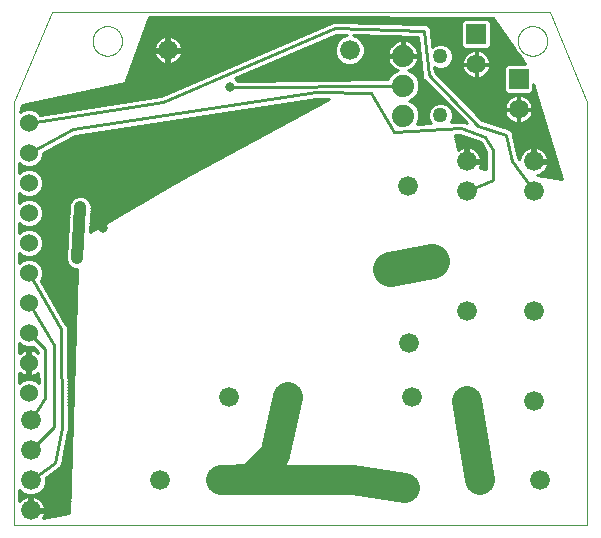
<source format=gbl>
G75*
%MOIN*%
%OFA0B0*%
%FSLAX25Y25*%
%IPPOS*%
%LPD*%
%AMOC8*
5,1,8,0,0,1.08239X$1,22.5*
%
%ADD10C,0.00000*%
%ADD11C,0.06600*%
%ADD12C,0.07400*%
%ADD13R,0.06500X0.06500*%
%ADD14C,0.06500*%
%ADD15C,0.06000*%
%ADD16C,0.05000*%
%ADD17C,0.01000*%
%ADD18C,0.03200*%
%ADD19C,0.10000*%
%ADD20C,0.04000*%
%ADD21C,0.11811*%
D10*
X0005860Y0003000D02*
X0005860Y0144000D01*
X0018360Y0174000D01*
X0184360Y0174000D01*
X0196860Y0144000D01*
X0196860Y0003000D01*
X0005860Y0003000D01*
X0031935Y0164417D02*
X0031937Y0164557D01*
X0031943Y0164697D01*
X0031953Y0164836D01*
X0031967Y0164975D01*
X0031985Y0165114D01*
X0032006Y0165252D01*
X0032032Y0165390D01*
X0032062Y0165527D01*
X0032095Y0165662D01*
X0032133Y0165797D01*
X0032174Y0165931D01*
X0032219Y0166064D01*
X0032267Y0166195D01*
X0032320Y0166324D01*
X0032376Y0166453D01*
X0032435Y0166579D01*
X0032499Y0166704D01*
X0032565Y0166827D01*
X0032636Y0166948D01*
X0032709Y0167067D01*
X0032786Y0167184D01*
X0032867Y0167298D01*
X0032950Y0167410D01*
X0033037Y0167520D01*
X0033127Y0167628D01*
X0033219Y0167732D01*
X0033315Y0167834D01*
X0033414Y0167934D01*
X0033515Y0168030D01*
X0033619Y0168124D01*
X0033726Y0168214D01*
X0033835Y0168301D01*
X0033947Y0168386D01*
X0034061Y0168467D01*
X0034177Y0168545D01*
X0034295Y0168619D01*
X0034416Y0168690D01*
X0034538Y0168758D01*
X0034663Y0168822D01*
X0034789Y0168883D01*
X0034916Y0168940D01*
X0035046Y0168993D01*
X0035177Y0169043D01*
X0035309Y0169088D01*
X0035442Y0169131D01*
X0035577Y0169169D01*
X0035712Y0169203D01*
X0035849Y0169234D01*
X0035986Y0169261D01*
X0036124Y0169283D01*
X0036263Y0169302D01*
X0036402Y0169317D01*
X0036541Y0169328D01*
X0036681Y0169335D01*
X0036821Y0169338D01*
X0036961Y0169337D01*
X0037101Y0169332D01*
X0037240Y0169323D01*
X0037380Y0169310D01*
X0037519Y0169293D01*
X0037657Y0169272D01*
X0037795Y0169248D01*
X0037932Y0169219D01*
X0038068Y0169187D01*
X0038203Y0169150D01*
X0038337Y0169110D01*
X0038470Y0169066D01*
X0038601Y0169018D01*
X0038731Y0168967D01*
X0038860Y0168912D01*
X0038987Y0168853D01*
X0039112Y0168790D01*
X0039235Y0168725D01*
X0039357Y0168655D01*
X0039476Y0168582D01*
X0039594Y0168506D01*
X0039709Y0168427D01*
X0039822Y0168344D01*
X0039932Y0168258D01*
X0040040Y0168169D01*
X0040145Y0168077D01*
X0040248Y0167982D01*
X0040348Y0167884D01*
X0040445Y0167784D01*
X0040539Y0167680D01*
X0040631Y0167574D01*
X0040719Y0167466D01*
X0040804Y0167355D01*
X0040886Y0167241D01*
X0040965Y0167125D01*
X0041040Y0167008D01*
X0041112Y0166888D01*
X0041180Y0166766D01*
X0041245Y0166642D01*
X0041307Y0166516D01*
X0041365Y0166389D01*
X0041419Y0166260D01*
X0041470Y0166129D01*
X0041516Y0165997D01*
X0041559Y0165864D01*
X0041599Y0165730D01*
X0041634Y0165595D01*
X0041666Y0165458D01*
X0041693Y0165321D01*
X0041717Y0165183D01*
X0041737Y0165045D01*
X0041753Y0164906D01*
X0041765Y0164766D01*
X0041773Y0164627D01*
X0041777Y0164487D01*
X0041777Y0164347D01*
X0041773Y0164207D01*
X0041765Y0164068D01*
X0041753Y0163928D01*
X0041737Y0163789D01*
X0041717Y0163651D01*
X0041693Y0163513D01*
X0041666Y0163376D01*
X0041634Y0163239D01*
X0041599Y0163104D01*
X0041559Y0162970D01*
X0041516Y0162837D01*
X0041470Y0162705D01*
X0041419Y0162574D01*
X0041365Y0162445D01*
X0041307Y0162318D01*
X0041245Y0162192D01*
X0041180Y0162068D01*
X0041112Y0161946D01*
X0041040Y0161826D01*
X0040965Y0161709D01*
X0040886Y0161593D01*
X0040804Y0161479D01*
X0040719Y0161368D01*
X0040631Y0161260D01*
X0040539Y0161154D01*
X0040445Y0161050D01*
X0040348Y0160950D01*
X0040248Y0160852D01*
X0040145Y0160757D01*
X0040040Y0160665D01*
X0039932Y0160576D01*
X0039822Y0160490D01*
X0039709Y0160407D01*
X0039594Y0160328D01*
X0039476Y0160252D01*
X0039357Y0160179D01*
X0039235Y0160109D01*
X0039112Y0160044D01*
X0038987Y0159981D01*
X0038860Y0159922D01*
X0038731Y0159867D01*
X0038601Y0159816D01*
X0038470Y0159768D01*
X0038337Y0159724D01*
X0038203Y0159684D01*
X0038068Y0159647D01*
X0037932Y0159615D01*
X0037795Y0159586D01*
X0037657Y0159562D01*
X0037519Y0159541D01*
X0037380Y0159524D01*
X0037240Y0159511D01*
X0037101Y0159502D01*
X0036961Y0159497D01*
X0036821Y0159496D01*
X0036681Y0159499D01*
X0036541Y0159506D01*
X0036402Y0159517D01*
X0036263Y0159532D01*
X0036124Y0159551D01*
X0035986Y0159573D01*
X0035849Y0159600D01*
X0035712Y0159631D01*
X0035577Y0159665D01*
X0035442Y0159703D01*
X0035309Y0159746D01*
X0035177Y0159791D01*
X0035046Y0159841D01*
X0034916Y0159894D01*
X0034789Y0159951D01*
X0034663Y0160012D01*
X0034538Y0160076D01*
X0034416Y0160144D01*
X0034295Y0160215D01*
X0034177Y0160289D01*
X0034061Y0160367D01*
X0033947Y0160448D01*
X0033835Y0160533D01*
X0033726Y0160620D01*
X0033619Y0160710D01*
X0033515Y0160804D01*
X0033414Y0160900D01*
X0033315Y0161000D01*
X0033219Y0161102D01*
X0033127Y0161206D01*
X0033037Y0161314D01*
X0032950Y0161424D01*
X0032867Y0161536D01*
X0032786Y0161650D01*
X0032709Y0161767D01*
X0032636Y0161886D01*
X0032565Y0162007D01*
X0032499Y0162130D01*
X0032435Y0162255D01*
X0032376Y0162381D01*
X0032320Y0162510D01*
X0032267Y0162639D01*
X0032219Y0162770D01*
X0032174Y0162903D01*
X0032133Y0163037D01*
X0032095Y0163172D01*
X0032062Y0163307D01*
X0032032Y0163444D01*
X0032006Y0163582D01*
X0031985Y0163720D01*
X0031967Y0163859D01*
X0031953Y0163998D01*
X0031943Y0164137D01*
X0031937Y0164277D01*
X0031935Y0164417D01*
X0173667Y0164417D02*
X0173669Y0164557D01*
X0173675Y0164697D01*
X0173685Y0164836D01*
X0173699Y0164975D01*
X0173717Y0165114D01*
X0173738Y0165252D01*
X0173764Y0165390D01*
X0173794Y0165527D01*
X0173827Y0165662D01*
X0173865Y0165797D01*
X0173906Y0165931D01*
X0173951Y0166064D01*
X0173999Y0166195D01*
X0174052Y0166324D01*
X0174108Y0166453D01*
X0174167Y0166579D01*
X0174231Y0166704D01*
X0174297Y0166827D01*
X0174368Y0166948D01*
X0174441Y0167067D01*
X0174518Y0167184D01*
X0174599Y0167298D01*
X0174682Y0167410D01*
X0174769Y0167520D01*
X0174859Y0167628D01*
X0174951Y0167732D01*
X0175047Y0167834D01*
X0175146Y0167934D01*
X0175247Y0168030D01*
X0175351Y0168124D01*
X0175458Y0168214D01*
X0175567Y0168301D01*
X0175679Y0168386D01*
X0175793Y0168467D01*
X0175909Y0168545D01*
X0176027Y0168619D01*
X0176148Y0168690D01*
X0176270Y0168758D01*
X0176395Y0168822D01*
X0176521Y0168883D01*
X0176648Y0168940D01*
X0176778Y0168993D01*
X0176909Y0169043D01*
X0177041Y0169088D01*
X0177174Y0169131D01*
X0177309Y0169169D01*
X0177444Y0169203D01*
X0177581Y0169234D01*
X0177718Y0169261D01*
X0177856Y0169283D01*
X0177995Y0169302D01*
X0178134Y0169317D01*
X0178273Y0169328D01*
X0178413Y0169335D01*
X0178553Y0169338D01*
X0178693Y0169337D01*
X0178833Y0169332D01*
X0178972Y0169323D01*
X0179112Y0169310D01*
X0179251Y0169293D01*
X0179389Y0169272D01*
X0179527Y0169248D01*
X0179664Y0169219D01*
X0179800Y0169187D01*
X0179935Y0169150D01*
X0180069Y0169110D01*
X0180202Y0169066D01*
X0180333Y0169018D01*
X0180463Y0168967D01*
X0180592Y0168912D01*
X0180719Y0168853D01*
X0180844Y0168790D01*
X0180967Y0168725D01*
X0181089Y0168655D01*
X0181208Y0168582D01*
X0181326Y0168506D01*
X0181441Y0168427D01*
X0181554Y0168344D01*
X0181664Y0168258D01*
X0181772Y0168169D01*
X0181877Y0168077D01*
X0181980Y0167982D01*
X0182080Y0167884D01*
X0182177Y0167784D01*
X0182271Y0167680D01*
X0182363Y0167574D01*
X0182451Y0167466D01*
X0182536Y0167355D01*
X0182618Y0167241D01*
X0182697Y0167125D01*
X0182772Y0167008D01*
X0182844Y0166888D01*
X0182912Y0166766D01*
X0182977Y0166642D01*
X0183039Y0166516D01*
X0183097Y0166389D01*
X0183151Y0166260D01*
X0183202Y0166129D01*
X0183248Y0165997D01*
X0183291Y0165864D01*
X0183331Y0165730D01*
X0183366Y0165595D01*
X0183398Y0165458D01*
X0183425Y0165321D01*
X0183449Y0165183D01*
X0183469Y0165045D01*
X0183485Y0164906D01*
X0183497Y0164766D01*
X0183505Y0164627D01*
X0183509Y0164487D01*
X0183509Y0164347D01*
X0183505Y0164207D01*
X0183497Y0164068D01*
X0183485Y0163928D01*
X0183469Y0163789D01*
X0183449Y0163651D01*
X0183425Y0163513D01*
X0183398Y0163376D01*
X0183366Y0163239D01*
X0183331Y0163104D01*
X0183291Y0162970D01*
X0183248Y0162837D01*
X0183202Y0162705D01*
X0183151Y0162574D01*
X0183097Y0162445D01*
X0183039Y0162318D01*
X0182977Y0162192D01*
X0182912Y0162068D01*
X0182844Y0161946D01*
X0182772Y0161826D01*
X0182697Y0161709D01*
X0182618Y0161593D01*
X0182536Y0161479D01*
X0182451Y0161368D01*
X0182363Y0161260D01*
X0182271Y0161154D01*
X0182177Y0161050D01*
X0182080Y0160950D01*
X0181980Y0160852D01*
X0181877Y0160757D01*
X0181772Y0160665D01*
X0181664Y0160576D01*
X0181554Y0160490D01*
X0181441Y0160407D01*
X0181326Y0160328D01*
X0181208Y0160252D01*
X0181089Y0160179D01*
X0180967Y0160109D01*
X0180844Y0160044D01*
X0180719Y0159981D01*
X0180592Y0159922D01*
X0180463Y0159867D01*
X0180333Y0159816D01*
X0180202Y0159768D01*
X0180069Y0159724D01*
X0179935Y0159684D01*
X0179800Y0159647D01*
X0179664Y0159615D01*
X0179527Y0159586D01*
X0179389Y0159562D01*
X0179251Y0159541D01*
X0179112Y0159524D01*
X0178972Y0159511D01*
X0178833Y0159502D01*
X0178693Y0159497D01*
X0178553Y0159496D01*
X0178413Y0159499D01*
X0178273Y0159506D01*
X0178134Y0159517D01*
X0177995Y0159532D01*
X0177856Y0159551D01*
X0177718Y0159573D01*
X0177581Y0159600D01*
X0177444Y0159631D01*
X0177309Y0159665D01*
X0177174Y0159703D01*
X0177041Y0159746D01*
X0176909Y0159791D01*
X0176778Y0159841D01*
X0176648Y0159894D01*
X0176521Y0159951D01*
X0176395Y0160012D01*
X0176270Y0160076D01*
X0176148Y0160144D01*
X0176027Y0160215D01*
X0175909Y0160289D01*
X0175793Y0160367D01*
X0175679Y0160448D01*
X0175567Y0160533D01*
X0175458Y0160620D01*
X0175351Y0160710D01*
X0175247Y0160804D01*
X0175146Y0160900D01*
X0175047Y0161000D01*
X0174951Y0161102D01*
X0174859Y0161206D01*
X0174769Y0161314D01*
X0174682Y0161424D01*
X0174599Y0161536D01*
X0174518Y0161650D01*
X0174441Y0161767D01*
X0174368Y0161886D01*
X0174297Y0162007D01*
X0174231Y0162130D01*
X0174167Y0162255D01*
X0174108Y0162381D01*
X0174052Y0162510D01*
X0173999Y0162639D01*
X0173951Y0162770D01*
X0173906Y0162903D01*
X0173865Y0163037D01*
X0173827Y0163172D01*
X0173794Y0163307D01*
X0173764Y0163444D01*
X0173738Y0163582D01*
X0173717Y0163720D01*
X0173699Y0163859D01*
X0173685Y0163998D01*
X0173675Y0164137D01*
X0173669Y0164277D01*
X0173667Y0164417D01*
D11*
X0178954Y0124256D03*
X0178954Y0114256D03*
X0156742Y0114256D03*
X0156742Y0124256D03*
X0137041Y0116055D03*
X0145195Y0091144D03*
X0130954Y0088370D03*
X0156742Y0074256D03*
X0137525Y0063856D03*
X0138510Y0045675D03*
X0156742Y0044256D03*
X0178954Y0044256D03*
X0181096Y0018000D03*
X0161017Y0018000D03*
X0136143Y0015354D03*
X0118596Y0018000D03*
X0098517Y0018000D03*
X0074596Y0018000D03*
X0054517Y0018000D03*
X0077517Y0045626D03*
X0097203Y0045626D03*
X0178954Y0074256D03*
X0117675Y0161374D03*
X0057045Y0161374D03*
X0011360Y0038000D03*
X0011360Y0028000D03*
X0011360Y0018000D03*
X0011360Y0008000D03*
D12*
X0135360Y0139500D03*
X0135360Y0149500D03*
X0135360Y0159500D03*
D13*
X0159797Y0166681D03*
X0173935Y0151681D03*
D14*
X0173935Y0141681D03*
X0159797Y0156681D03*
D15*
X0010734Y0137067D03*
X0010734Y0127067D03*
X0010734Y0117067D03*
X0010734Y0107067D03*
X0010734Y0097067D03*
X0010734Y0087067D03*
X0010734Y0077067D03*
X0010734Y0067067D03*
X0010734Y0057067D03*
X0010734Y0047067D03*
D16*
X0147880Y0139614D03*
X0147880Y0159299D03*
D17*
X0151792Y0157769D02*
X0155160Y0157769D01*
X0155164Y0157793D02*
X0155047Y0157055D01*
X0155047Y0156870D01*
X0159608Y0156870D01*
X0159608Y0156492D01*
X0159986Y0156492D01*
X0159986Y0151931D01*
X0160171Y0151931D01*
X0160909Y0152048D01*
X0161620Y0152279D01*
X0162287Y0152619D01*
X0162891Y0153058D01*
X0163420Y0153587D01*
X0163860Y0154192D01*
X0164199Y0154858D01*
X0164430Y0155569D01*
X0164547Y0156307D01*
X0164547Y0156492D01*
X0159986Y0156492D01*
X0159986Y0156870D01*
X0164547Y0156870D01*
X0164547Y0157055D01*
X0164430Y0157793D01*
X0164199Y0158504D01*
X0163860Y0159171D01*
X0163420Y0159776D01*
X0162891Y0160304D01*
X0162287Y0160744D01*
X0161620Y0161083D01*
X0160909Y0161314D01*
X0160171Y0161431D01*
X0159986Y0161431D01*
X0159986Y0156870D01*
X0159608Y0156870D01*
X0159608Y0161431D01*
X0159423Y0161431D01*
X0158685Y0161314D01*
X0157974Y0161083D01*
X0157307Y0160744D01*
X0156703Y0160304D01*
X0156174Y0159776D01*
X0155734Y0159171D01*
X0155395Y0158504D01*
X0155164Y0157793D01*
X0155529Y0158768D02*
X0152080Y0158768D01*
X0152080Y0158464D02*
X0151440Y0156920D01*
X0150259Y0155739D01*
X0148715Y0155099D01*
X0147044Y0155099D01*
X0145889Y0155578D01*
X0146052Y0153993D01*
X0161670Y0138126D01*
X0169973Y0135287D01*
X0170243Y0135350D01*
X0170807Y0135001D01*
X0171434Y0134787D01*
X0171556Y0134537D01*
X0171793Y0134391D01*
X0171945Y0133746D01*
X0172236Y0133150D01*
X0172147Y0132887D01*
X0173906Y0125410D01*
X0174208Y0124973D01*
X0174273Y0125380D01*
X0174506Y0126098D01*
X0174849Y0126772D01*
X0175293Y0127383D01*
X0175827Y0127917D01*
X0176439Y0128361D01*
X0177112Y0128704D01*
X0177830Y0128938D01*
X0178454Y0129037D01*
X0178454Y0124756D01*
X0179454Y0124756D01*
X0179454Y0129037D01*
X0180078Y0128938D01*
X0180797Y0128704D01*
X0181470Y0128361D01*
X0182081Y0127917D01*
X0182616Y0127383D01*
X0183060Y0126772D01*
X0183403Y0126098D01*
X0183636Y0125380D01*
X0183735Y0124756D01*
X0179455Y0124756D01*
X0179455Y0123756D01*
X0183735Y0123756D01*
X0183636Y0123132D01*
X0183403Y0122413D01*
X0183060Y0121740D01*
X0182616Y0121129D01*
X0182081Y0120595D01*
X0181470Y0120151D01*
X0180797Y0119808D01*
X0180122Y0119588D01*
X0188360Y0118500D01*
X0178885Y0149940D01*
X0178885Y0147727D01*
X0177889Y0146731D01*
X0169981Y0146731D01*
X0168985Y0147727D01*
X0168985Y0155635D01*
X0169981Y0156631D01*
X0176209Y0156631D01*
X0174284Y0159358D01*
X0172975Y0160667D01*
X0172429Y0161986D01*
X0165360Y0172000D01*
X0096657Y0172300D01*
X0050788Y0172300D01*
X0042880Y0150299D01*
X0008360Y0143000D01*
X0007724Y0140703D01*
X0008072Y0141051D01*
X0009799Y0141767D01*
X0011669Y0141767D01*
X0013396Y0141051D01*
X0014564Y0139883D01*
X0054748Y0146076D01*
X0111501Y0170519D01*
X0111878Y0170877D01*
X0112305Y0170866D01*
X0112697Y0171035D01*
X0113180Y0170842D01*
X0142332Y0170061D01*
X0143097Y0170140D01*
X0143223Y0170037D01*
X0143385Y0170033D01*
X0143914Y0169475D01*
X0144510Y0168990D01*
X0144527Y0168828D01*
X0144639Y0168710D01*
X0144618Y0167942D01*
X0145174Y0162533D01*
X0145501Y0162860D01*
X0147044Y0163499D01*
X0148715Y0163499D01*
X0150259Y0162860D01*
X0151440Y0161678D01*
X0152080Y0160135D01*
X0152080Y0158464D01*
X0152080Y0159766D02*
X0156167Y0159766D01*
X0157349Y0160765D02*
X0151819Y0160765D01*
X0151355Y0161763D02*
X0155811Y0161763D01*
X0155843Y0161731D02*
X0163751Y0161731D01*
X0164747Y0162727D01*
X0164747Y0170635D01*
X0163751Y0171631D01*
X0155843Y0171631D01*
X0154847Y0170635D01*
X0154847Y0162727D01*
X0155843Y0161731D01*
X0154847Y0162762D02*
X0150357Y0162762D01*
X0154847Y0163760D02*
X0145048Y0163760D01*
X0145151Y0162762D02*
X0145403Y0162762D01*
X0144945Y0164759D02*
X0154847Y0164759D01*
X0154847Y0165757D02*
X0144843Y0165757D01*
X0144740Y0166756D02*
X0154847Y0166756D01*
X0154847Y0167754D02*
X0144637Y0167754D01*
X0144598Y0168753D02*
X0154847Y0168753D01*
X0154847Y0169751D02*
X0143652Y0169751D01*
X0142415Y0167858D02*
X0143943Y0153000D01*
X0160466Y0136213D01*
X0169860Y0133000D01*
X0171860Y0124500D01*
X0178954Y0114256D01*
X0180833Y0119826D02*
X0187960Y0119826D01*
X0187659Y0120824D02*
X0182311Y0120824D01*
X0183102Y0121823D02*
X0187359Y0121823D01*
X0187058Y0122821D02*
X0183535Y0122821D01*
X0183725Y0124818D02*
X0186456Y0124818D01*
X0186757Y0123820D02*
X0179455Y0123820D01*
X0179454Y0124818D02*
X0178454Y0124818D01*
X0178454Y0125817D02*
X0179454Y0125817D01*
X0179454Y0126815D02*
X0178454Y0126815D01*
X0178454Y0127814D02*
X0179454Y0127814D01*
X0179454Y0128812D02*
X0178454Y0128812D01*
X0177445Y0128812D02*
X0173105Y0128812D01*
X0173340Y0127814D02*
X0175724Y0127814D01*
X0174881Y0126815D02*
X0173575Y0126815D01*
X0173810Y0125817D02*
X0174415Y0125817D01*
X0172870Y0129811D02*
X0184951Y0129811D01*
X0184650Y0130809D02*
X0172635Y0130809D01*
X0172401Y0131808D02*
X0184349Y0131808D01*
X0184048Y0132806D02*
X0172166Y0132806D01*
X0171931Y0133805D02*
X0183748Y0133805D01*
X0183447Y0134803D02*
X0171385Y0134803D01*
X0172111Y0137279D02*
X0172822Y0137048D01*
X0173561Y0136931D01*
X0173746Y0136931D01*
X0173746Y0141492D01*
X0174124Y0141492D01*
X0174124Y0141870D01*
X0178685Y0141870D01*
X0178685Y0142055D01*
X0178568Y0142793D01*
X0178337Y0143504D01*
X0177997Y0144171D01*
X0177558Y0144776D01*
X0177029Y0145304D01*
X0176424Y0145744D01*
X0175758Y0146083D01*
X0175047Y0146314D01*
X0174309Y0146431D01*
X0174124Y0146431D01*
X0174124Y0141870D01*
X0173746Y0141870D01*
X0173746Y0146431D01*
X0173561Y0146431D01*
X0172822Y0146314D01*
X0172111Y0146083D01*
X0171445Y0145744D01*
X0170840Y0145304D01*
X0170312Y0144776D01*
X0169872Y0144171D01*
X0169533Y0143504D01*
X0169302Y0142793D01*
X0169185Y0142055D01*
X0169185Y0141870D01*
X0173746Y0141870D01*
X0173746Y0141492D01*
X0169185Y0141492D01*
X0169185Y0141307D01*
X0169302Y0140569D01*
X0169533Y0139858D01*
X0169872Y0139192D01*
X0170312Y0138587D01*
X0170840Y0138058D01*
X0171445Y0137619D01*
X0172111Y0137279D01*
X0171197Y0137799D02*
X0162626Y0137799D01*
X0161009Y0138798D02*
X0170158Y0138798D01*
X0169564Y0139796D02*
X0160026Y0139796D01*
X0159043Y0140795D02*
X0169266Y0140795D01*
X0169301Y0142792D02*
X0157078Y0142792D01*
X0156095Y0143790D02*
X0169678Y0143790D01*
X0170325Y0144789D02*
X0155112Y0144789D01*
X0154129Y0145787D02*
X0171531Y0145787D01*
X0169926Y0146786D02*
X0153146Y0146786D01*
X0152163Y0147784D02*
X0168985Y0147784D01*
X0168985Y0148783D02*
X0151181Y0148783D01*
X0150198Y0149781D02*
X0168985Y0149781D01*
X0168985Y0150780D02*
X0149215Y0150780D01*
X0148232Y0151778D02*
X0168985Y0151778D01*
X0168985Y0152777D02*
X0162504Y0152777D01*
X0163557Y0153775D02*
X0168985Y0153775D01*
X0168985Y0154774D02*
X0164156Y0154774D01*
X0164462Y0155772D02*
X0169122Y0155772D01*
X0164065Y0158768D02*
X0174700Y0158768D01*
X0175405Y0157769D02*
X0164434Y0157769D01*
X0163427Y0159766D02*
X0173875Y0159766D01*
X0172934Y0160765D02*
X0162245Y0160765D01*
X0163783Y0161763D02*
X0172521Y0161763D01*
X0171881Y0162762D02*
X0164747Y0162762D01*
X0164747Y0163760D02*
X0171176Y0163760D01*
X0170471Y0164759D02*
X0164747Y0164759D01*
X0164747Y0165757D02*
X0169767Y0165757D01*
X0169062Y0166756D02*
X0164747Y0166756D01*
X0164747Y0167754D02*
X0168357Y0167754D01*
X0167652Y0168753D02*
X0164747Y0168753D01*
X0164747Y0169751D02*
X0166947Y0169751D01*
X0166242Y0170750D02*
X0164632Y0170750D01*
X0165538Y0171748D02*
X0050590Y0171748D01*
X0050231Y0170750D02*
X0111744Y0170750D01*
X0109717Y0169751D02*
X0049872Y0169751D01*
X0049513Y0168753D02*
X0107399Y0168753D01*
X0105081Y0167754D02*
X0049154Y0167754D01*
X0048795Y0166756D02*
X0102762Y0166756D01*
X0100444Y0165757D02*
X0059015Y0165757D01*
X0058888Y0165822D02*
X0058169Y0166056D01*
X0057545Y0166155D01*
X0057545Y0161874D01*
X0056545Y0161874D01*
X0056545Y0160874D01*
X0052264Y0160874D01*
X0052363Y0160250D01*
X0052597Y0159531D01*
X0052940Y0158858D01*
X0053384Y0158247D01*
X0053918Y0157713D01*
X0054529Y0157269D01*
X0055202Y0156926D01*
X0055921Y0156692D01*
X0056545Y0156593D01*
X0056545Y0160874D01*
X0057545Y0160874D01*
X0057545Y0156593D01*
X0058169Y0156692D01*
X0058888Y0156926D01*
X0059561Y0157269D01*
X0060172Y0157713D01*
X0060706Y0158247D01*
X0061150Y0158858D01*
X0061493Y0159531D01*
X0061727Y0160250D01*
X0061826Y0160874D01*
X0057545Y0160874D01*
X0057545Y0161874D01*
X0061826Y0161874D01*
X0061727Y0162498D01*
X0061493Y0163217D01*
X0061150Y0163890D01*
X0060706Y0164501D01*
X0060172Y0165035D01*
X0059561Y0165479D01*
X0058888Y0165822D01*
X0057545Y0165757D02*
X0056545Y0165757D01*
X0056545Y0166155D02*
X0055921Y0166056D01*
X0055202Y0165822D01*
X0054529Y0165479D01*
X0053918Y0165035D01*
X0053384Y0164501D01*
X0052940Y0163890D01*
X0052597Y0163217D01*
X0052363Y0162498D01*
X0052264Y0161874D01*
X0056545Y0161874D01*
X0056545Y0166155D01*
X0056545Y0164759D02*
X0057545Y0164759D01*
X0057545Y0163760D02*
X0056545Y0163760D01*
X0056545Y0162762D02*
X0057545Y0162762D01*
X0057545Y0161763D02*
X0091170Y0161763D01*
X0088852Y0160765D02*
X0061808Y0160765D01*
X0061570Y0159766D02*
X0086533Y0159766D01*
X0084215Y0158768D02*
X0061085Y0158768D01*
X0060228Y0157769D02*
X0081897Y0157769D01*
X0079578Y0156771D02*
X0058411Y0156771D01*
X0057545Y0156771D02*
X0056545Y0156771D01*
X0055679Y0156771D02*
X0045206Y0156771D01*
X0045565Y0157769D02*
X0053862Y0157769D01*
X0053005Y0158768D02*
X0045924Y0158768D01*
X0046283Y0159766D02*
X0052520Y0159766D01*
X0052282Y0160765D02*
X0046642Y0160765D01*
X0047001Y0161763D02*
X0056545Y0161763D01*
X0056545Y0160765D02*
X0057545Y0160765D01*
X0057545Y0159766D02*
X0056545Y0159766D01*
X0056545Y0158768D02*
X0057545Y0158768D01*
X0057545Y0157769D02*
X0056545Y0157769D01*
X0052449Y0162762D02*
X0047359Y0162762D01*
X0047718Y0163760D02*
X0052874Y0163760D01*
X0053642Y0164759D02*
X0048077Y0164759D01*
X0048436Y0165757D02*
X0055075Y0165757D01*
X0060448Y0164759D02*
X0098125Y0164759D01*
X0095807Y0163760D02*
X0061216Y0163760D01*
X0061641Y0162762D02*
X0093489Y0162762D01*
X0095338Y0158768D02*
X0113343Y0158768D01*
X0113436Y0158542D02*
X0114843Y0157135D01*
X0116680Y0156374D01*
X0118670Y0156374D01*
X0120507Y0157135D01*
X0121914Y0158542D01*
X0122675Y0160379D01*
X0122675Y0162369D01*
X0121914Y0164206D01*
X0120507Y0165613D01*
X0118877Y0166288D01*
X0140424Y0165711D01*
X0141742Y0152896D01*
X0141736Y0152106D01*
X0141833Y0152007D01*
X0141847Y0151869D01*
X0142460Y0151370D01*
X0156670Y0136933D01*
X0155813Y0137225D01*
X0155469Y0137534D01*
X0154985Y0137507D01*
X0154526Y0137664D01*
X0154111Y0137460D01*
X0151474Y0137316D01*
X0152080Y0138779D01*
X0152080Y0140450D01*
X0151440Y0141993D01*
X0150259Y0143175D01*
X0148715Y0143814D01*
X0147044Y0143814D01*
X0145501Y0143175D01*
X0144319Y0141993D01*
X0143680Y0140450D01*
X0143680Y0138779D01*
X0144319Y0137235D01*
X0144612Y0136942D01*
X0140042Y0136693D01*
X0140760Y0138426D01*
X0140760Y0140574D01*
X0139938Y0142559D01*
X0138419Y0144078D01*
X0137400Y0144500D01*
X0138419Y0144922D01*
X0139938Y0146441D01*
X0140760Y0148426D01*
X0140760Y0150574D01*
X0139938Y0152559D01*
X0138419Y0154078D01*
X0137136Y0154609D01*
X0137356Y0154681D01*
X0138085Y0155053D01*
X0138748Y0155534D01*
X0139326Y0156112D01*
X0139807Y0156775D01*
X0140179Y0157504D01*
X0140432Y0158282D01*
X0140560Y0159091D01*
X0140560Y0159200D01*
X0135660Y0159200D01*
X0135660Y0159800D01*
X0140560Y0159800D01*
X0140560Y0159909D01*
X0140432Y0160718D01*
X0140179Y0161496D01*
X0139807Y0162225D01*
X0139326Y0162888D01*
X0138748Y0163466D01*
X0138085Y0163947D01*
X0137356Y0164319D01*
X0136578Y0164572D01*
X0135769Y0164700D01*
X0135660Y0164700D01*
X0135660Y0159800D01*
X0135060Y0159800D01*
X0135060Y0164700D01*
X0134951Y0164700D01*
X0134142Y0164572D01*
X0133364Y0164319D01*
X0132635Y0163947D01*
X0131972Y0163466D01*
X0131394Y0162888D01*
X0130913Y0162225D01*
X0130541Y0161496D01*
X0130288Y0160718D01*
X0130160Y0159909D01*
X0130160Y0159800D01*
X0135060Y0159800D01*
X0135060Y0159200D01*
X0130160Y0159200D01*
X0130160Y0159091D01*
X0130288Y0158282D01*
X0130541Y0157504D01*
X0130913Y0156775D01*
X0131394Y0156112D01*
X0131972Y0155534D01*
X0132635Y0155053D01*
X0133364Y0154681D01*
X0133584Y0154609D01*
X0132301Y0154078D01*
X0130782Y0152559D01*
X0130409Y0151657D01*
X0080306Y0151221D01*
X0079729Y0151798D01*
X0079436Y0151919D01*
X0113155Y0166441D01*
X0116619Y0166349D01*
X0114843Y0165613D01*
X0113436Y0164206D01*
X0112675Y0162369D01*
X0112675Y0160379D01*
X0113436Y0158542D01*
X0114209Y0157769D02*
X0093020Y0157769D01*
X0090702Y0156771D02*
X0115723Y0156771D01*
X0119627Y0156771D02*
X0130915Y0156771D01*
X0130455Y0157769D02*
X0121141Y0157769D01*
X0122007Y0158768D02*
X0130211Y0158768D01*
X0130303Y0160765D02*
X0122675Y0160765D01*
X0122675Y0161763D02*
X0130677Y0161763D01*
X0131302Y0162762D02*
X0122512Y0162762D01*
X0122098Y0163760D02*
X0132377Y0163760D01*
X0135060Y0163760D02*
X0135660Y0163760D01*
X0135660Y0162762D02*
X0135060Y0162762D01*
X0135060Y0161763D02*
X0135660Y0161763D01*
X0135660Y0160765D02*
X0135060Y0160765D01*
X0135060Y0159766D02*
X0122421Y0159766D01*
X0121361Y0164759D02*
X0140522Y0164759D01*
X0140625Y0163760D02*
X0138343Y0163760D01*
X0139418Y0162762D02*
X0140727Y0162762D01*
X0140830Y0161763D02*
X0140043Y0161763D01*
X0140417Y0160765D02*
X0140933Y0160765D01*
X0141035Y0159766D02*
X0135660Y0159766D01*
X0140509Y0158768D02*
X0141138Y0158768D01*
X0141241Y0157769D02*
X0140265Y0157769D01*
X0139805Y0156771D02*
X0141343Y0156771D01*
X0141446Y0155772D02*
X0138986Y0155772D01*
X0137538Y0154774D02*
X0141549Y0154774D01*
X0141651Y0153775D02*
X0138722Y0153775D01*
X0139720Y0152777D02*
X0141741Y0152777D01*
X0141958Y0151778D02*
X0140261Y0151778D01*
X0140675Y0150780D02*
X0143041Y0150780D01*
X0144024Y0149781D02*
X0140760Y0149781D01*
X0140760Y0148783D02*
X0145007Y0148783D01*
X0145990Y0147784D02*
X0140494Y0147784D01*
X0140081Y0146786D02*
X0146972Y0146786D01*
X0147955Y0145787D02*
X0139284Y0145787D01*
X0138097Y0144789D02*
X0148938Y0144789D01*
X0148773Y0143790D02*
X0149921Y0143790D01*
X0150642Y0142792D02*
X0150904Y0142792D01*
X0151523Y0141793D02*
X0151887Y0141793D01*
X0151937Y0140795D02*
X0152869Y0140795D01*
X0152080Y0139796D02*
X0153852Y0139796D01*
X0154835Y0138798D02*
X0152080Y0138798D01*
X0151674Y0137799D02*
X0155818Y0137799D01*
X0154679Y0135287D02*
X0132435Y0134075D01*
X0124651Y0147094D01*
X0106293Y0147256D01*
X0025360Y0135000D01*
X0010734Y0127067D01*
X0015434Y0127113D02*
X0026070Y0132882D01*
X0106449Y0145054D01*
X0110772Y0145016D01*
X0098360Y0138500D01*
X0061423Y0118311D01*
X0031010Y0100589D01*
X0031601Y0109489D01*
X0031129Y0110884D01*
X0030159Y0111991D01*
X0028839Y0112643D01*
X0027371Y0112741D01*
X0025976Y0112269D01*
X0024869Y0111299D01*
X0024217Y0109979D01*
X0023001Y0091660D01*
X0023473Y0090266D01*
X0024443Y0089159D01*
X0025763Y0088506D01*
X0026616Y0088450D01*
X0024155Y0007181D01*
X0015323Y0005288D01*
X0015465Y0005484D01*
X0015808Y0006157D01*
X0016042Y0006876D01*
X0016141Y0007500D01*
X0011860Y0007500D01*
X0011860Y0008500D01*
X0016141Y0008500D01*
X0016042Y0009124D01*
X0015808Y0009843D01*
X0015465Y0010516D01*
X0015021Y0011127D01*
X0014487Y0011661D01*
X0013876Y0012105D01*
X0013203Y0012448D01*
X0012484Y0012682D01*
X0011860Y0012781D01*
X0011860Y0008500D01*
X0010860Y0008500D01*
X0010860Y0012781D01*
X0010236Y0012682D01*
X0009517Y0012448D01*
X0008844Y0012105D01*
X0008233Y0011661D01*
X0007699Y0011127D01*
X0007560Y0010936D01*
X0007560Y0014729D01*
X0008528Y0013761D01*
X0010365Y0013000D01*
X0012355Y0013000D01*
X0014192Y0013761D01*
X0015599Y0015168D01*
X0016360Y0017005D01*
X0016360Y0018881D01*
X0020791Y0022061D01*
X0021520Y0022553D01*
X0021527Y0022589D01*
X0021556Y0022610D01*
X0021699Y0023478D01*
X0023828Y0034466D01*
X0024004Y0034647D01*
X0023996Y0035333D01*
X0024126Y0036008D01*
X0023985Y0036217D01*
X0023603Y0068132D01*
X0023762Y0068714D01*
X0023592Y0069010D01*
X0023588Y0069351D01*
X0023156Y0069773D01*
X0014749Y0084478D01*
X0015434Y0086132D01*
X0015434Y0088002D01*
X0014718Y0089729D01*
X0013396Y0091051D01*
X0011669Y0091767D01*
X0009799Y0091767D01*
X0008072Y0091051D01*
X0007560Y0090540D01*
X0007560Y0093594D01*
X0008072Y0093082D01*
X0009799Y0092367D01*
X0011669Y0092367D01*
X0013396Y0093082D01*
X0014718Y0094405D01*
X0015434Y0096132D01*
X0015434Y0098002D01*
X0014718Y0099729D01*
X0013396Y0101051D01*
X0011669Y0101767D01*
X0009799Y0101767D01*
X0008072Y0101051D01*
X0007560Y0100540D01*
X0007560Y0103594D01*
X0008072Y0103082D01*
X0009799Y0102367D01*
X0011669Y0102367D01*
X0013396Y0103082D01*
X0014718Y0104405D01*
X0015434Y0106132D01*
X0015434Y0108002D01*
X0014718Y0109729D01*
X0013396Y0111051D01*
X0011669Y0111767D01*
X0009799Y0111767D01*
X0008072Y0111051D01*
X0007560Y0110540D01*
X0007560Y0113594D01*
X0008072Y0113082D01*
X0009799Y0112367D01*
X0011669Y0112367D01*
X0013396Y0113082D01*
X0014718Y0114405D01*
X0015434Y0116132D01*
X0015434Y0118002D01*
X0014718Y0119729D01*
X0013396Y0121051D01*
X0011669Y0121767D01*
X0009799Y0121767D01*
X0008072Y0121051D01*
X0007560Y0120540D01*
X0007560Y0123594D01*
X0008072Y0123082D01*
X0009799Y0122367D01*
X0011669Y0122367D01*
X0013396Y0123082D01*
X0014718Y0124405D01*
X0015434Y0126132D01*
X0015434Y0127113D01*
X0015434Y0126815D02*
X0076982Y0126815D01*
X0075155Y0125817D02*
X0015303Y0125817D01*
X0014890Y0124818D02*
X0073329Y0124818D01*
X0071502Y0123820D02*
X0014134Y0123820D01*
X0012766Y0122821D02*
X0069675Y0122821D01*
X0067848Y0121823D02*
X0007560Y0121823D01*
X0007560Y0122821D02*
X0008702Y0122821D01*
X0007845Y0120824D02*
X0007560Y0120824D01*
X0013623Y0120824D02*
X0066021Y0120824D01*
X0064194Y0119826D02*
X0014622Y0119826D01*
X0015092Y0118827D02*
X0062368Y0118827D01*
X0060595Y0117829D02*
X0015434Y0117829D01*
X0015434Y0116830D02*
X0058882Y0116830D01*
X0057168Y0115832D02*
X0015310Y0115832D01*
X0014896Y0114833D02*
X0055455Y0114833D01*
X0053741Y0113835D02*
X0014149Y0113835D01*
X0012802Y0112836D02*
X0052028Y0112836D01*
X0050314Y0111838D02*
X0030293Y0111838D01*
X0031144Y0110839D02*
X0048600Y0110839D01*
X0046887Y0109841D02*
X0031482Y0109841D01*
X0031558Y0108842D02*
X0045173Y0108842D01*
X0043460Y0107844D02*
X0031491Y0107844D01*
X0031425Y0106845D02*
X0041746Y0106845D01*
X0040033Y0105847D02*
X0031359Y0105847D01*
X0031293Y0104848D02*
X0038319Y0104848D01*
X0036605Y0103850D02*
X0031226Y0103850D01*
X0031160Y0102851D02*
X0034892Y0102851D01*
X0033178Y0101853D02*
X0031094Y0101853D01*
X0031028Y0100854D02*
X0031465Y0100854D01*
X0023678Y0101853D02*
X0007560Y0101853D01*
X0007560Y0102851D02*
X0008630Y0102851D01*
X0007874Y0100854D02*
X0007560Y0100854D01*
X0012838Y0102851D02*
X0023744Y0102851D01*
X0023810Y0103850D02*
X0014164Y0103850D01*
X0014902Y0104848D02*
X0023876Y0104848D01*
X0023943Y0105847D02*
X0015316Y0105847D01*
X0015434Y0106845D02*
X0024009Y0106845D01*
X0024075Y0107844D02*
X0015434Y0107844D01*
X0015086Y0108842D02*
X0024141Y0108842D01*
X0024208Y0109841D02*
X0014607Y0109841D01*
X0013609Y0110839D02*
X0024642Y0110839D01*
X0025484Y0111838D02*
X0007560Y0111838D01*
X0007560Y0112836D02*
X0008666Y0112836D01*
X0007860Y0110839D02*
X0007560Y0110839D01*
X0013594Y0100854D02*
X0023611Y0100854D01*
X0023545Y0099856D02*
X0014592Y0099856D01*
X0015080Y0098857D02*
X0023479Y0098857D01*
X0023413Y0097859D02*
X0015434Y0097859D01*
X0015434Y0096860D02*
X0023346Y0096860D01*
X0023280Y0095862D02*
X0015322Y0095862D01*
X0014908Y0094863D02*
X0023214Y0094863D01*
X0023148Y0093865D02*
X0014178Y0093865D01*
X0012874Y0092866D02*
X0023081Y0092866D01*
X0023015Y0091868D02*
X0007560Y0091868D01*
X0007560Y0092866D02*
X0008594Y0092866D01*
X0007889Y0090869D02*
X0007560Y0090869D01*
X0010734Y0087067D02*
X0021399Y0068413D01*
X0021793Y0035531D01*
X0019533Y0023866D01*
X0011360Y0018000D01*
X0015935Y0015981D02*
X0024422Y0015981D01*
X0024452Y0016979D02*
X0016349Y0016979D01*
X0016360Y0017978D02*
X0024482Y0017978D01*
X0024512Y0018976D02*
X0016493Y0018976D01*
X0017884Y0019975D02*
X0024543Y0019975D01*
X0024573Y0020973D02*
X0019276Y0020973D01*
X0020667Y0021972D02*
X0024603Y0021972D01*
X0024633Y0022970D02*
X0021615Y0022970D01*
X0021794Y0023969D02*
X0024664Y0023969D01*
X0024694Y0024967D02*
X0021987Y0024967D01*
X0022181Y0025966D02*
X0024724Y0025966D01*
X0024754Y0026964D02*
X0022374Y0026964D01*
X0022568Y0027963D02*
X0024784Y0027963D01*
X0024815Y0028961D02*
X0022761Y0028961D01*
X0022955Y0029960D02*
X0024845Y0029960D01*
X0024875Y0030958D02*
X0023148Y0030958D01*
X0023341Y0031957D02*
X0024905Y0031957D01*
X0024936Y0032955D02*
X0023535Y0032955D01*
X0023728Y0033954D02*
X0024966Y0033954D01*
X0024996Y0034952D02*
X0024000Y0034952D01*
X0024115Y0035951D02*
X0025026Y0035951D01*
X0025057Y0036949D02*
X0023976Y0036949D01*
X0023964Y0037948D02*
X0025087Y0037948D01*
X0025117Y0038946D02*
X0023952Y0038946D01*
X0023940Y0039945D02*
X0025147Y0039945D01*
X0025178Y0040943D02*
X0023928Y0040943D01*
X0023916Y0041942D02*
X0025208Y0041942D01*
X0025238Y0042940D02*
X0023905Y0042940D01*
X0023893Y0043939D02*
X0025268Y0043939D01*
X0025298Y0044937D02*
X0023881Y0044937D01*
X0023869Y0045936D02*
X0025329Y0045936D01*
X0025359Y0046934D02*
X0023857Y0046934D01*
X0023845Y0047933D02*
X0025389Y0047933D01*
X0025419Y0048932D02*
X0023833Y0048932D01*
X0023821Y0049930D02*
X0025450Y0049930D01*
X0025480Y0050929D02*
X0023809Y0050929D01*
X0023797Y0051927D02*
X0025510Y0051927D01*
X0025540Y0052926D02*
X0023785Y0052926D01*
X0023773Y0053924D02*
X0025571Y0053924D01*
X0025601Y0054923D02*
X0023761Y0054923D01*
X0023749Y0055921D02*
X0025631Y0055921D01*
X0025661Y0056920D02*
X0023737Y0056920D01*
X0023725Y0057918D02*
X0025691Y0057918D01*
X0025722Y0058917D02*
X0023713Y0058917D01*
X0023701Y0059915D02*
X0025752Y0059915D01*
X0025782Y0060914D02*
X0023689Y0060914D01*
X0023677Y0061912D02*
X0025812Y0061912D01*
X0025843Y0062911D02*
X0023665Y0062911D01*
X0023653Y0063909D02*
X0025873Y0063909D01*
X0025903Y0064908D02*
X0023641Y0064908D01*
X0023630Y0065906D02*
X0025933Y0065906D01*
X0025964Y0066905D02*
X0023618Y0066905D01*
X0023606Y0067903D02*
X0025994Y0067903D01*
X0026024Y0068902D02*
X0023654Y0068902D01*
X0023083Y0069900D02*
X0026054Y0069900D01*
X0026085Y0070899D02*
X0022513Y0070899D01*
X0021942Y0071897D02*
X0026115Y0071897D01*
X0026145Y0072896D02*
X0021371Y0072896D01*
X0020800Y0073894D02*
X0026175Y0073894D01*
X0026205Y0074893D02*
X0020229Y0074893D01*
X0019658Y0075891D02*
X0026236Y0075891D01*
X0026266Y0076890D02*
X0019087Y0076890D01*
X0018516Y0077888D02*
X0026296Y0077888D01*
X0026326Y0078887D02*
X0017945Y0078887D01*
X0017374Y0079885D02*
X0026357Y0079885D01*
X0026387Y0080884D02*
X0016803Y0080884D01*
X0016233Y0081882D02*
X0026417Y0081882D01*
X0026447Y0082881D02*
X0015662Y0082881D01*
X0015091Y0083879D02*
X0026478Y0083879D01*
X0026508Y0084878D02*
X0014915Y0084878D01*
X0015328Y0085876D02*
X0026538Y0085876D01*
X0026568Y0086875D02*
X0015434Y0086875D01*
X0015434Y0087873D02*
X0026598Y0087873D01*
X0025023Y0088872D02*
X0015074Y0088872D01*
X0014577Y0089870D02*
X0023820Y0089870D01*
X0023269Y0090869D02*
X0013579Y0090869D01*
X0010734Y0077067D02*
X0019006Y0063201D01*
X0019006Y0035701D01*
X0011360Y0028000D01*
X0011360Y0038000D02*
X0016218Y0045394D01*
X0015931Y0061638D01*
X0010734Y0067067D01*
X0007560Y0063594D02*
X0008072Y0063082D01*
X0009799Y0062367D01*
X0011669Y0062367D01*
X0012040Y0062521D01*
X0013746Y0060738D01*
X0013752Y0060413D01*
X0013666Y0060499D01*
X0013093Y0060916D01*
X0012461Y0061237D01*
X0011788Y0061456D01*
X0011234Y0061544D01*
X0011234Y0057567D01*
X0010234Y0057567D01*
X0010234Y0061544D01*
X0009680Y0061456D01*
X0009007Y0061237D01*
X0008375Y0060916D01*
X0007802Y0060499D01*
X0007560Y0060257D01*
X0007560Y0063594D01*
X0007560Y0062911D02*
X0008486Y0062911D01*
X0007560Y0061912D02*
X0012623Y0061912D01*
X0013095Y0060914D02*
X0013579Y0060914D01*
X0011234Y0060914D02*
X0010234Y0060914D01*
X0010234Y0059915D02*
X0011234Y0059915D01*
X0011234Y0058917D02*
X0010234Y0058917D01*
X0010234Y0057918D02*
X0011234Y0057918D01*
X0011234Y0056567D02*
X0011234Y0052590D01*
X0011788Y0052678D01*
X0012461Y0052897D01*
X0013093Y0053218D01*
X0013666Y0053635D01*
X0013869Y0053837D01*
X0013927Y0050521D01*
X0013396Y0051051D01*
X0011669Y0051767D01*
X0009799Y0051767D01*
X0008072Y0051051D01*
X0007560Y0050540D01*
X0007560Y0053877D01*
X0007802Y0053635D01*
X0008375Y0053218D01*
X0009007Y0052897D01*
X0009680Y0052678D01*
X0010234Y0052590D01*
X0010234Y0056567D01*
X0011234Y0056567D01*
X0011234Y0055921D02*
X0010234Y0055921D01*
X0010234Y0054923D02*
X0011234Y0054923D01*
X0011234Y0053924D02*
X0010234Y0053924D01*
X0010234Y0052926D02*
X0011234Y0052926D01*
X0012518Y0052926D02*
X0013885Y0052926D01*
X0013902Y0051927D02*
X0007560Y0051927D01*
X0007560Y0050929D02*
X0007949Y0050929D01*
X0007560Y0052926D02*
X0008950Y0052926D01*
X0013519Y0050929D02*
X0013920Y0050929D01*
X0008373Y0060914D02*
X0007560Y0060914D01*
X0015413Y0014982D02*
X0024391Y0014982D01*
X0024361Y0013984D02*
X0014415Y0013984D01*
X0014039Y0011987D02*
X0024301Y0011987D01*
X0024331Y0012985D02*
X0007560Y0012985D01*
X0007560Y0011987D02*
X0008681Y0011987D01*
X0007598Y0010988D02*
X0007560Y0010988D01*
X0007560Y0013984D02*
X0008305Y0013984D01*
X0010860Y0011987D02*
X0011860Y0011987D01*
X0011860Y0010988D02*
X0010860Y0010988D01*
X0010860Y0009990D02*
X0011860Y0009990D01*
X0011860Y0008991D02*
X0010860Y0008991D01*
X0011860Y0007993D02*
X0024180Y0007993D01*
X0024210Y0008991D02*
X0016063Y0008991D01*
X0015733Y0009990D02*
X0024240Y0009990D01*
X0024271Y0010988D02*
X0015122Y0010988D01*
X0016060Y0006994D02*
X0023282Y0006994D01*
X0018623Y0005996D02*
X0015726Y0005996D01*
X0016725Y0127814D02*
X0078809Y0127814D01*
X0080636Y0128812D02*
X0018566Y0128812D01*
X0020407Y0129811D02*
X0082463Y0129811D01*
X0084290Y0130809D02*
X0022248Y0130809D01*
X0024089Y0131808D02*
X0086116Y0131808D01*
X0087943Y0132806D02*
X0025930Y0132806D01*
X0032162Y0133805D02*
X0089770Y0133805D01*
X0091597Y0134803D02*
X0038756Y0134803D01*
X0045350Y0135802D02*
X0093424Y0135802D01*
X0095251Y0136801D02*
X0051943Y0136801D01*
X0058537Y0137799D02*
X0097078Y0137799D01*
X0098927Y0138798D02*
X0065131Y0138798D01*
X0071725Y0139796D02*
X0100829Y0139796D01*
X0102731Y0140795D02*
X0078318Y0140795D01*
X0084912Y0141793D02*
X0104633Y0141793D01*
X0106534Y0142792D02*
X0091506Y0142792D01*
X0098100Y0143790D02*
X0108436Y0143790D01*
X0110338Y0144789D02*
X0104694Y0144789D01*
X0088383Y0155772D02*
X0131734Y0155772D01*
X0133182Y0154774D02*
X0086065Y0154774D01*
X0083746Y0153775D02*
X0131998Y0153775D01*
X0131000Y0152777D02*
X0081428Y0152777D01*
X0079749Y0151778D02*
X0130459Y0151778D01*
X0135360Y0149500D02*
X0077860Y0149000D01*
X0072623Y0153775D02*
X0044129Y0153775D01*
X0043770Y0152777D02*
X0070305Y0152777D01*
X0067986Y0151778D02*
X0043411Y0151778D01*
X0043052Y0150780D02*
X0065668Y0150780D01*
X0063349Y0149781D02*
X0040430Y0149781D01*
X0035708Y0148783D02*
X0061031Y0148783D01*
X0058713Y0147784D02*
X0030985Y0147784D01*
X0026263Y0146786D02*
X0056394Y0146786D01*
X0055360Y0143945D02*
X0112730Y0168654D01*
X0142415Y0167858D01*
X0138688Y0165757D02*
X0120158Y0165757D01*
X0115192Y0165757D02*
X0111567Y0165757D01*
X0109249Y0164759D02*
X0113989Y0164759D01*
X0113251Y0163760D02*
X0106930Y0163760D01*
X0104612Y0162762D02*
X0112838Y0162762D01*
X0112675Y0161763D02*
X0102294Y0161763D01*
X0099975Y0160765D02*
X0112675Y0160765D01*
X0112929Y0159766D02*
X0097657Y0159766D01*
X0077260Y0155772D02*
X0044847Y0155772D01*
X0044488Y0154774D02*
X0074941Y0154774D01*
X0055360Y0143945D02*
X0010734Y0137067D01*
X0013653Y0140795D02*
X0020477Y0140795D01*
X0016819Y0144789D02*
X0046392Y0144789D01*
X0052870Y0145787D02*
X0021541Y0145787D01*
X0026956Y0141793D02*
X0008026Y0141793D01*
X0007815Y0140795D02*
X0007749Y0140795D01*
X0008302Y0142792D02*
X0033434Y0142792D01*
X0039913Y0143790D02*
X0012097Y0143790D01*
X0116627Y0170750D02*
X0154962Y0170750D01*
X0159608Y0160765D02*
X0159986Y0160765D01*
X0159986Y0159766D02*
X0159608Y0159766D01*
X0159608Y0158768D02*
X0159986Y0158768D01*
X0159986Y0157769D02*
X0159608Y0157769D01*
X0159608Y0156771D02*
X0151291Y0156771D01*
X0150292Y0155772D02*
X0155132Y0155772D01*
X0155164Y0155569D02*
X0155395Y0154858D01*
X0155734Y0154192D01*
X0156174Y0153587D01*
X0156703Y0153058D01*
X0157307Y0152619D01*
X0157974Y0152279D01*
X0158685Y0152048D01*
X0159423Y0151931D01*
X0159608Y0151931D01*
X0159608Y0156492D01*
X0155047Y0156492D01*
X0155047Y0156307D01*
X0155164Y0155569D01*
X0155438Y0154774D02*
X0145972Y0154774D01*
X0146267Y0153775D02*
X0156037Y0153775D01*
X0157090Y0152777D02*
X0147249Y0152777D01*
X0146986Y0143790D02*
X0138707Y0143790D01*
X0139705Y0142792D02*
X0145117Y0142792D01*
X0144236Y0141793D02*
X0140255Y0141793D01*
X0140669Y0140795D02*
X0143823Y0140795D01*
X0143680Y0139796D02*
X0140760Y0139796D01*
X0140760Y0138798D02*
X0143680Y0138798D01*
X0144085Y0137799D02*
X0140500Y0137799D01*
X0140087Y0136801D02*
X0142019Y0136801D01*
X0152606Y0132971D02*
X0154373Y0133067D01*
X0161348Y0130691D01*
X0163160Y0127430D01*
X0163160Y0121829D01*
X0161035Y0122110D01*
X0161190Y0122413D01*
X0161424Y0123132D01*
X0161523Y0123756D01*
X0157242Y0123756D01*
X0157242Y0124756D01*
X0161523Y0124756D01*
X0161424Y0125380D01*
X0161190Y0126098D01*
X0160847Y0126772D01*
X0160403Y0127383D01*
X0159869Y0127917D01*
X0159258Y0128361D01*
X0158584Y0128704D01*
X0157866Y0128938D01*
X0157242Y0129037D01*
X0157242Y0124756D01*
X0156242Y0124756D01*
X0156242Y0129037D01*
X0155618Y0128938D01*
X0154899Y0128704D01*
X0154226Y0128361D01*
X0153783Y0128040D01*
X0152606Y0132971D01*
X0152645Y0132806D02*
X0155139Y0132806D01*
X0152883Y0131808D02*
X0158070Y0131808D01*
X0158251Y0128812D02*
X0162392Y0128812D01*
X0162947Y0127814D02*
X0159972Y0127814D01*
X0160815Y0126815D02*
X0163160Y0126815D01*
X0163160Y0125817D02*
X0161282Y0125817D01*
X0161513Y0124818D02*
X0163160Y0124818D01*
X0163160Y0123820D02*
X0157242Y0123820D01*
X0157242Y0124818D02*
X0156242Y0124818D01*
X0156242Y0125817D02*
X0157242Y0125817D01*
X0157242Y0126815D02*
X0156242Y0126815D01*
X0156242Y0127814D02*
X0157242Y0127814D01*
X0157242Y0128812D02*
X0156242Y0128812D01*
X0155232Y0128812D02*
X0153599Y0128812D01*
X0153360Y0129811D02*
X0161837Y0129811D01*
X0161000Y0130809D02*
X0153122Y0130809D01*
X0154679Y0135287D02*
X0162860Y0132500D01*
X0165360Y0128000D01*
X0165360Y0118000D01*
X0156742Y0114256D01*
X0161323Y0122821D02*
X0163160Y0122821D01*
X0168465Y0135802D02*
X0183146Y0135802D01*
X0182845Y0136801D02*
X0165546Y0136801D01*
X0173746Y0137799D02*
X0174124Y0137799D01*
X0174124Y0136931D02*
X0174309Y0136931D01*
X0175047Y0137048D01*
X0175758Y0137279D01*
X0176424Y0137619D01*
X0177029Y0138058D01*
X0177558Y0138587D01*
X0177997Y0139192D01*
X0178337Y0139858D01*
X0178568Y0140569D01*
X0178685Y0141307D01*
X0178685Y0141492D01*
X0174124Y0141492D01*
X0174124Y0136931D01*
X0174124Y0138798D02*
X0173746Y0138798D01*
X0173746Y0139796D02*
X0174124Y0139796D01*
X0174124Y0140795D02*
X0173746Y0140795D01*
X0173746Y0141793D02*
X0158060Y0141793D01*
X0159608Y0152777D02*
X0159986Y0152777D01*
X0159986Y0153775D02*
X0159608Y0153775D01*
X0159608Y0154774D02*
X0159986Y0154774D01*
X0159986Y0155772D02*
X0159608Y0155772D01*
X0159986Y0156771D02*
X0176110Y0156771D01*
X0178885Y0149781D02*
X0178933Y0149781D01*
X0178885Y0148783D02*
X0179234Y0148783D01*
X0179535Y0147784D02*
X0178885Y0147784D01*
X0177943Y0146786D02*
X0179836Y0146786D01*
X0180136Y0145787D02*
X0176339Y0145787D01*
X0177545Y0144789D02*
X0180437Y0144789D01*
X0180738Y0143790D02*
X0178191Y0143790D01*
X0178568Y0142792D02*
X0181039Y0142792D01*
X0181340Y0141793D02*
X0174124Y0141793D01*
X0174124Y0142792D02*
X0173746Y0142792D01*
X0173746Y0143790D02*
X0174124Y0143790D01*
X0174124Y0144789D02*
X0173746Y0144789D01*
X0173746Y0145787D02*
X0174124Y0145787D01*
X0178604Y0140795D02*
X0181641Y0140795D01*
X0181942Y0139796D02*
X0178305Y0139796D01*
X0177711Y0138798D02*
X0182243Y0138798D01*
X0182544Y0137799D02*
X0176673Y0137799D01*
X0180464Y0128812D02*
X0185252Y0128812D01*
X0185553Y0127814D02*
X0182185Y0127814D01*
X0183028Y0126815D02*
X0185854Y0126815D01*
X0186155Y0125817D02*
X0183494Y0125817D01*
X0185882Y0118827D02*
X0188261Y0118827D01*
D18*
X0107328Y0161661D03*
X0102604Y0159299D03*
X0077860Y0149000D03*
X0027860Y0109000D03*
X0035281Y0102213D03*
X0026742Y0092150D03*
X0021108Y0090795D03*
X0021108Y0086071D03*
D19*
X0097203Y0045626D02*
X0092860Y0026500D01*
X0084860Y0018500D01*
X0074596Y0018000D01*
X0098517Y0018000D01*
X0118596Y0018000D01*
X0136143Y0015354D01*
X0161017Y0018000D02*
X0156742Y0044256D01*
D20*
X0026742Y0092150D02*
X0027860Y0109000D01*
D21*
X0130954Y0088370D02*
X0145195Y0091144D01*
M02*

</source>
